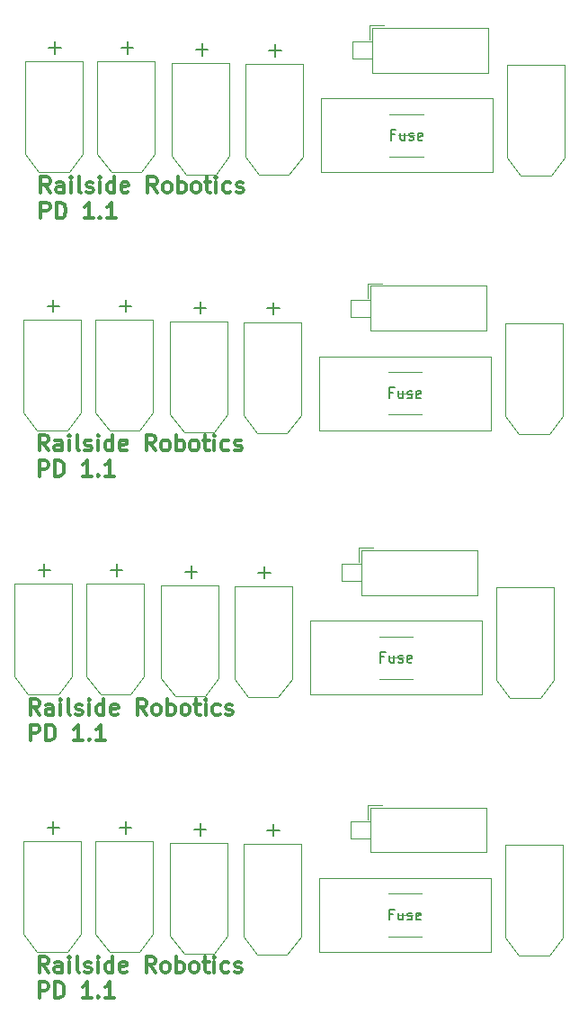
<source format=gbr>
%TF.GenerationSoftware,KiCad,Pcbnew,8.0.6*%
%TF.CreationDate,2024-11-20T20:18:15-05:00*%
%TF.ProjectId,RailsidePDB,5261696c-7369-4646-9550-44422e6b6963,rev?*%
%TF.SameCoordinates,Original*%
%TF.FileFunction,Legend,Top*%
%TF.FilePolarity,Positive*%
%FSLAX46Y46*%
G04 Gerber Fmt 4.6, Leading zero omitted, Abs format (unit mm)*
G04 Created by KiCad (PCBNEW 8.0.6) date 2024-11-20 20:18:15*
%MOMM*%
%LPD*%
G01*
G04 APERTURE LIST*
%ADD10C,0.300000*%
%ADD11C,0.150000*%
%ADD12C,0.120000*%
G04 APERTURE END LIST*
D10*
X63251653Y-153685912D02*
X62751653Y-152971626D01*
X62394510Y-153685912D02*
X62394510Y-152185912D01*
X62394510Y-152185912D02*
X62965939Y-152185912D01*
X62965939Y-152185912D02*
X63108796Y-152257341D01*
X63108796Y-152257341D02*
X63180225Y-152328769D01*
X63180225Y-152328769D02*
X63251653Y-152471626D01*
X63251653Y-152471626D02*
X63251653Y-152685912D01*
X63251653Y-152685912D02*
X63180225Y-152828769D01*
X63180225Y-152828769D02*
X63108796Y-152900198D01*
X63108796Y-152900198D02*
X62965939Y-152971626D01*
X62965939Y-152971626D02*
X62394510Y-152971626D01*
X64537368Y-153685912D02*
X64537368Y-152900198D01*
X64537368Y-152900198D02*
X64465939Y-152757341D01*
X64465939Y-152757341D02*
X64323082Y-152685912D01*
X64323082Y-152685912D02*
X64037368Y-152685912D01*
X64037368Y-152685912D02*
X63894510Y-152757341D01*
X64537368Y-153614484D02*
X64394510Y-153685912D01*
X64394510Y-153685912D02*
X64037368Y-153685912D01*
X64037368Y-153685912D02*
X63894510Y-153614484D01*
X63894510Y-153614484D02*
X63823082Y-153471626D01*
X63823082Y-153471626D02*
X63823082Y-153328769D01*
X63823082Y-153328769D02*
X63894510Y-153185912D01*
X63894510Y-153185912D02*
X64037368Y-153114484D01*
X64037368Y-153114484D02*
X64394510Y-153114484D01*
X64394510Y-153114484D02*
X64537368Y-153043055D01*
X65251653Y-153685912D02*
X65251653Y-152685912D01*
X65251653Y-152185912D02*
X65180225Y-152257341D01*
X65180225Y-152257341D02*
X65251653Y-152328769D01*
X65251653Y-152328769D02*
X65323082Y-152257341D01*
X65323082Y-152257341D02*
X65251653Y-152185912D01*
X65251653Y-152185912D02*
X65251653Y-152328769D01*
X66180225Y-153685912D02*
X66037368Y-153614484D01*
X66037368Y-153614484D02*
X65965939Y-153471626D01*
X65965939Y-153471626D02*
X65965939Y-152185912D01*
X66680225Y-153614484D02*
X66823082Y-153685912D01*
X66823082Y-153685912D02*
X67108796Y-153685912D01*
X67108796Y-153685912D02*
X67251653Y-153614484D01*
X67251653Y-153614484D02*
X67323082Y-153471626D01*
X67323082Y-153471626D02*
X67323082Y-153400198D01*
X67323082Y-153400198D02*
X67251653Y-153257341D01*
X67251653Y-153257341D02*
X67108796Y-153185912D01*
X67108796Y-153185912D02*
X66894511Y-153185912D01*
X66894511Y-153185912D02*
X66751653Y-153114484D01*
X66751653Y-153114484D02*
X66680225Y-152971626D01*
X66680225Y-152971626D02*
X66680225Y-152900198D01*
X66680225Y-152900198D02*
X66751653Y-152757341D01*
X66751653Y-152757341D02*
X66894511Y-152685912D01*
X66894511Y-152685912D02*
X67108796Y-152685912D01*
X67108796Y-152685912D02*
X67251653Y-152757341D01*
X67965939Y-153685912D02*
X67965939Y-152685912D01*
X67965939Y-152185912D02*
X67894511Y-152257341D01*
X67894511Y-152257341D02*
X67965939Y-152328769D01*
X67965939Y-152328769D02*
X68037368Y-152257341D01*
X68037368Y-152257341D02*
X67965939Y-152185912D01*
X67965939Y-152185912D02*
X67965939Y-152328769D01*
X69323083Y-153685912D02*
X69323083Y-152185912D01*
X69323083Y-153614484D02*
X69180225Y-153685912D01*
X69180225Y-153685912D02*
X68894511Y-153685912D01*
X68894511Y-153685912D02*
X68751654Y-153614484D01*
X68751654Y-153614484D02*
X68680225Y-153543055D01*
X68680225Y-153543055D02*
X68608797Y-153400198D01*
X68608797Y-153400198D02*
X68608797Y-152971626D01*
X68608797Y-152971626D02*
X68680225Y-152828769D01*
X68680225Y-152828769D02*
X68751654Y-152757341D01*
X68751654Y-152757341D02*
X68894511Y-152685912D01*
X68894511Y-152685912D02*
X69180225Y-152685912D01*
X69180225Y-152685912D02*
X69323083Y-152757341D01*
X70608797Y-153614484D02*
X70465940Y-153685912D01*
X70465940Y-153685912D02*
X70180226Y-153685912D01*
X70180226Y-153685912D02*
X70037368Y-153614484D01*
X70037368Y-153614484D02*
X69965940Y-153471626D01*
X69965940Y-153471626D02*
X69965940Y-152900198D01*
X69965940Y-152900198D02*
X70037368Y-152757341D01*
X70037368Y-152757341D02*
X70180226Y-152685912D01*
X70180226Y-152685912D02*
X70465940Y-152685912D01*
X70465940Y-152685912D02*
X70608797Y-152757341D01*
X70608797Y-152757341D02*
X70680226Y-152900198D01*
X70680226Y-152900198D02*
X70680226Y-153043055D01*
X70680226Y-153043055D02*
X69965940Y-153185912D01*
X73323082Y-153685912D02*
X72823082Y-152971626D01*
X72465939Y-153685912D02*
X72465939Y-152185912D01*
X72465939Y-152185912D02*
X73037368Y-152185912D01*
X73037368Y-152185912D02*
X73180225Y-152257341D01*
X73180225Y-152257341D02*
X73251654Y-152328769D01*
X73251654Y-152328769D02*
X73323082Y-152471626D01*
X73323082Y-152471626D02*
X73323082Y-152685912D01*
X73323082Y-152685912D02*
X73251654Y-152828769D01*
X73251654Y-152828769D02*
X73180225Y-152900198D01*
X73180225Y-152900198D02*
X73037368Y-152971626D01*
X73037368Y-152971626D02*
X72465939Y-152971626D01*
X74180225Y-153685912D02*
X74037368Y-153614484D01*
X74037368Y-153614484D02*
X73965939Y-153543055D01*
X73965939Y-153543055D02*
X73894511Y-153400198D01*
X73894511Y-153400198D02*
X73894511Y-152971626D01*
X73894511Y-152971626D02*
X73965939Y-152828769D01*
X73965939Y-152828769D02*
X74037368Y-152757341D01*
X74037368Y-152757341D02*
X74180225Y-152685912D01*
X74180225Y-152685912D02*
X74394511Y-152685912D01*
X74394511Y-152685912D02*
X74537368Y-152757341D01*
X74537368Y-152757341D02*
X74608797Y-152828769D01*
X74608797Y-152828769D02*
X74680225Y-152971626D01*
X74680225Y-152971626D02*
X74680225Y-153400198D01*
X74680225Y-153400198D02*
X74608797Y-153543055D01*
X74608797Y-153543055D02*
X74537368Y-153614484D01*
X74537368Y-153614484D02*
X74394511Y-153685912D01*
X74394511Y-153685912D02*
X74180225Y-153685912D01*
X75323082Y-153685912D02*
X75323082Y-152185912D01*
X75323082Y-152757341D02*
X75465940Y-152685912D01*
X75465940Y-152685912D02*
X75751654Y-152685912D01*
X75751654Y-152685912D02*
X75894511Y-152757341D01*
X75894511Y-152757341D02*
X75965940Y-152828769D01*
X75965940Y-152828769D02*
X76037368Y-152971626D01*
X76037368Y-152971626D02*
X76037368Y-153400198D01*
X76037368Y-153400198D02*
X75965940Y-153543055D01*
X75965940Y-153543055D02*
X75894511Y-153614484D01*
X75894511Y-153614484D02*
X75751654Y-153685912D01*
X75751654Y-153685912D02*
X75465940Y-153685912D01*
X75465940Y-153685912D02*
X75323082Y-153614484D01*
X76894511Y-153685912D02*
X76751654Y-153614484D01*
X76751654Y-153614484D02*
X76680225Y-153543055D01*
X76680225Y-153543055D02*
X76608797Y-153400198D01*
X76608797Y-153400198D02*
X76608797Y-152971626D01*
X76608797Y-152971626D02*
X76680225Y-152828769D01*
X76680225Y-152828769D02*
X76751654Y-152757341D01*
X76751654Y-152757341D02*
X76894511Y-152685912D01*
X76894511Y-152685912D02*
X77108797Y-152685912D01*
X77108797Y-152685912D02*
X77251654Y-152757341D01*
X77251654Y-152757341D02*
X77323083Y-152828769D01*
X77323083Y-152828769D02*
X77394511Y-152971626D01*
X77394511Y-152971626D02*
X77394511Y-153400198D01*
X77394511Y-153400198D02*
X77323083Y-153543055D01*
X77323083Y-153543055D02*
X77251654Y-153614484D01*
X77251654Y-153614484D02*
X77108797Y-153685912D01*
X77108797Y-153685912D02*
X76894511Y-153685912D01*
X77823083Y-152685912D02*
X78394511Y-152685912D01*
X78037368Y-152185912D02*
X78037368Y-153471626D01*
X78037368Y-153471626D02*
X78108797Y-153614484D01*
X78108797Y-153614484D02*
X78251654Y-153685912D01*
X78251654Y-153685912D02*
X78394511Y-153685912D01*
X78894511Y-153685912D02*
X78894511Y-152685912D01*
X78894511Y-152185912D02*
X78823083Y-152257341D01*
X78823083Y-152257341D02*
X78894511Y-152328769D01*
X78894511Y-152328769D02*
X78965940Y-152257341D01*
X78965940Y-152257341D02*
X78894511Y-152185912D01*
X78894511Y-152185912D02*
X78894511Y-152328769D01*
X80251655Y-153614484D02*
X80108797Y-153685912D01*
X80108797Y-153685912D02*
X79823083Y-153685912D01*
X79823083Y-153685912D02*
X79680226Y-153614484D01*
X79680226Y-153614484D02*
X79608797Y-153543055D01*
X79608797Y-153543055D02*
X79537369Y-153400198D01*
X79537369Y-153400198D02*
X79537369Y-152971626D01*
X79537369Y-152971626D02*
X79608797Y-152828769D01*
X79608797Y-152828769D02*
X79680226Y-152757341D01*
X79680226Y-152757341D02*
X79823083Y-152685912D01*
X79823083Y-152685912D02*
X80108797Y-152685912D01*
X80108797Y-152685912D02*
X80251655Y-152757341D01*
X80823083Y-153614484D02*
X80965940Y-153685912D01*
X80965940Y-153685912D02*
X81251654Y-153685912D01*
X81251654Y-153685912D02*
X81394511Y-153614484D01*
X81394511Y-153614484D02*
X81465940Y-153471626D01*
X81465940Y-153471626D02*
X81465940Y-153400198D01*
X81465940Y-153400198D02*
X81394511Y-153257341D01*
X81394511Y-153257341D02*
X81251654Y-153185912D01*
X81251654Y-153185912D02*
X81037369Y-153185912D01*
X81037369Y-153185912D02*
X80894511Y-153114484D01*
X80894511Y-153114484D02*
X80823083Y-152971626D01*
X80823083Y-152971626D02*
X80823083Y-152900198D01*
X80823083Y-152900198D02*
X80894511Y-152757341D01*
X80894511Y-152757341D02*
X81037369Y-152685912D01*
X81037369Y-152685912D02*
X81251654Y-152685912D01*
X81251654Y-152685912D02*
X81394511Y-152757341D01*
X62394510Y-156100828D02*
X62394510Y-154600828D01*
X62394510Y-154600828D02*
X62965939Y-154600828D01*
X62965939Y-154600828D02*
X63108796Y-154672257D01*
X63108796Y-154672257D02*
X63180225Y-154743685D01*
X63180225Y-154743685D02*
X63251653Y-154886542D01*
X63251653Y-154886542D02*
X63251653Y-155100828D01*
X63251653Y-155100828D02*
X63180225Y-155243685D01*
X63180225Y-155243685D02*
X63108796Y-155315114D01*
X63108796Y-155315114D02*
X62965939Y-155386542D01*
X62965939Y-155386542D02*
X62394510Y-155386542D01*
X63894510Y-156100828D02*
X63894510Y-154600828D01*
X63894510Y-154600828D02*
X64251653Y-154600828D01*
X64251653Y-154600828D02*
X64465939Y-154672257D01*
X64465939Y-154672257D02*
X64608796Y-154815114D01*
X64608796Y-154815114D02*
X64680225Y-154957971D01*
X64680225Y-154957971D02*
X64751653Y-155243685D01*
X64751653Y-155243685D02*
X64751653Y-155457971D01*
X64751653Y-155457971D02*
X64680225Y-155743685D01*
X64680225Y-155743685D02*
X64608796Y-155886542D01*
X64608796Y-155886542D02*
X64465939Y-156029400D01*
X64465939Y-156029400D02*
X64251653Y-156100828D01*
X64251653Y-156100828D02*
X63894510Y-156100828D01*
X67323082Y-156100828D02*
X66465939Y-156100828D01*
X66894510Y-156100828D02*
X66894510Y-154600828D01*
X66894510Y-154600828D02*
X66751653Y-154815114D01*
X66751653Y-154815114D02*
X66608796Y-154957971D01*
X66608796Y-154957971D02*
X66465939Y-155029400D01*
X67965938Y-155957971D02*
X68037367Y-156029400D01*
X68037367Y-156029400D02*
X67965938Y-156100828D01*
X67965938Y-156100828D02*
X67894510Y-156029400D01*
X67894510Y-156029400D02*
X67965938Y-155957971D01*
X67965938Y-155957971D02*
X67965938Y-156100828D01*
X69465939Y-156100828D02*
X68608796Y-156100828D01*
X69037367Y-156100828D02*
X69037367Y-154600828D01*
X69037367Y-154600828D02*
X68894510Y-154815114D01*
X68894510Y-154815114D02*
X68751653Y-154957971D01*
X68751653Y-154957971D02*
X68608796Y-155029400D01*
X62411653Y-129485912D02*
X61911653Y-128771626D01*
X61554510Y-129485912D02*
X61554510Y-127985912D01*
X61554510Y-127985912D02*
X62125939Y-127985912D01*
X62125939Y-127985912D02*
X62268796Y-128057341D01*
X62268796Y-128057341D02*
X62340225Y-128128769D01*
X62340225Y-128128769D02*
X62411653Y-128271626D01*
X62411653Y-128271626D02*
X62411653Y-128485912D01*
X62411653Y-128485912D02*
X62340225Y-128628769D01*
X62340225Y-128628769D02*
X62268796Y-128700198D01*
X62268796Y-128700198D02*
X62125939Y-128771626D01*
X62125939Y-128771626D02*
X61554510Y-128771626D01*
X63697368Y-129485912D02*
X63697368Y-128700198D01*
X63697368Y-128700198D02*
X63625939Y-128557341D01*
X63625939Y-128557341D02*
X63483082Y-128485912D01*
X63483082Y-128485912D02*
X63197368Y-128485912D01*
X63197368Y-128485912D02*
X63054510Y-128557341D01*
X63697368Y-129414484D02*
X63554510Y-129485912D01*
X63554510Y-129485912D02*
X63197368Y-129485912D01*
X63197368Y-129485912D02*
X63054510Y-129414484D01*
X63054510Y-129414484D02*
X62983082Y-129271626D01*
X62983082Y-129271626D02*
X62983082Y-129128769D01*
X62983082Y-129128769D02*
X63054510Y-128985912D01*
X63054510Y-128985912D02*
X63197368Y-128914484D01*
X63197368Y-128914484D02*
X63554510Y-128914484D01*
X63554510Y-128914484D02*
X63697368Y-128843055D01*
X64411653Y-129485912D02*
X64411653Y-128485912D01*
X64411653Y-127985912D02*
X64340225Y-128057341D01*
X64340225Y-128057341D02*
X64411653Y-128128769D01*
X64411653Y-128128769D02*
X64483082Y-128057341D01*
X64483082Y-128057341D02*
X64411653Y-127985912D01*
X64411653Y-127985912D02*
X64411653Y-128128769D01*
X65340225Y-129485912D02*
X65197368Y-129414484D01*
X65197368Y-129414484D02*
X65125939Y-129271626D01*
X65125939Y-129271626D02*
X65125939Y-127985912D01*
X65840225Y-129414484D02*
X65983082Y-129485912D01*
X65983082Y-129485912D02*
X66268796Y-129485912D01*
X66268796Y-129485912D02*
X66411653Y-129414484D01*
X66411653Y-129414484D02*
X66483082Y-129271626D01*
X66483082Y-129271626D02*
X66483082Y-129200198D01*
X66483082Y-129200198D02*
X66411653Y-129057341D01*
X66411653Y-129057341D02*
X66268796Y-128985912D01*
X66268796Y-128985912D02*
X66054511Y-128985912D01*
X66054511Y-128985912D02*
X65911653Y-128914484D01*
X65911653Y-128914484D02*
X65840225Y-128771626D01*
X65840225Y-128771626D02*
X65840225Y-128700198D01*
X65840225Y-128700198D02*
X65911653Y-128557341D01*
X65911653Y-128557341D02*
X66054511Y-128485912D01*
X66054511Y-128485912D02*
X66268796Y-128485912D01*
X66268796Y-128485912D02*
X66411653Y-128557341D01*
X67125939Y-129485912D02*
X67125939Y-128485912D01*
X67125939Y-127985912D02*
X67054511Y-128057341D01*
X67054511Y-128057341D02*
X67125939Y-128128769D01*
X67125939Y-128128769D02*
X67197368Y-128057341D01*
X67197368Y-128057341D02*
X67125939Y-127985912D01*
X67125939Y-127985912D02*
X67125939Y-128128769D01*
X68483083Y-129485912D02*
X68483083Y-127985912D01*
X68483083Y-129414484D02*
X68340225Y-129485912D01*
X68340225Y-129485912D02*
X68054511Y-129485912D01*
X68054511Y-129485912D02*
X67911654Y-129414484D01*
X67911654Y-129414484D02*
X67840225Y-129343055D01*
X67840225Y-129343055D02*
X67768797Y-129200198D01*
X67768797Y-129200198D02*
X67768797Y-128771626D01*
X67768797Y-128771626D02*
X67840225Y-128628769D01*
X67840225Y-128628769D02*
X67911654Y-128557341D01*
X67911654Y-128557341D02*
X68054511Y-128485912D01*
X68054511Y-128485912D02*
X68340225Y-128485912D01*
X68340225Y-128485912D02*
X68483083Y-128557341D01*
X69768797Y-129414484D02*
X69625940Y-129485912D01*
X69625940Y-129485912D02*
X69340226Y-129485912D01*
X69340226Y-129485912D02*
X69197368Y-129414484D01*
X69197368Y-129414484D02*
X69125940Y-129271626D01*
X69125940Y-129271626D02*
X69125940Y-128700198D01*
X69125940Y-128700198D02*
X69197368Y-128557341D01*
X69197368Y-128557341D02*
X69340226Y-128485912D01*
X69340226Y-128485912D02*
X69625940Y-128485912D01*
X69625940Y-128485912D02*
X69768797Y-128557341D01*
X69768797Y-128557341D02*
X69840226Y-128700198D01*
X69840226Y-128700198D02*
X69840226Y-128843055D01*
X69840226Y-128843055D02*
X69125940Y-128985912D01*
X72483082Y-129485912D02*
X71983082Y-128771626D01*
X71625939Y-129485912D02*
X71625939Y-127985912D01*
X71625939Y-127985912D02*
X72197368Y-127985912D01*
X72197368Y-127985912D02*
X72340225Y-128057341D01*
X72340225Y-128057341D02*
X72411654Y-128128769D01*
X72411654Y-128128769D02*
X72483082Y-128271626D01*
X72483082Y-128271626D02*
X72483082Y-128485912D01*
X72483082Y-128485912D02*
X72411654Y-128628769D01*
X72411654Y-128628769D02*
X72340225Y-128700198D01*
X72340225Y-128700198D02*
X72197368Y-128771626D01*
X72197368Y-128771626D02*
X71625939Y-128771626D01*
X73340225Y-129485912D02*
X73197368Y-129414484D01*
X73197368Y-129414484D02*
X73125939Y-129343055D01*
X73125939Y-129343055D02*
X73054511Y-129200198D01*
X73054511Y-129200198D02*
X73054511Y-128771626D01*
X73054511Y-128771626D02*
X73125939Y-128628769D01*
X73125939Y-128628769D02*
X73197368Y-128557341D01*
X73197368Y-128557341D02*
X73340225Y-128485912D01*
X73340225Y-128485912D02*
X73554511Y-128485912D01*
X73554511Y-128485912D02*
X73697368Y-128557341D01*
X73697368Y-128557341D02*
X73768797Y-128628769D01*
X73768797Y-128628769D02*
X73840225Y-128771626D01*
X73840225Y-128771626D02*
X73840225Y-129200198D01*
X73840225Y-129200198D02*
X73768797Y-129343055D01*
X73768797Y-129343055D02*
X73697368Y-129414484D01*
X73697368Y-129414484D02*
X73554511Y-129485912D01*
X73554511Y-129485912D02*
X73340225Y-129485912D01*
X74483082Y-129485912D02*
X74483082Y-127985912D01*
X74483082Y-128557341D02*
X74625940Y-128485912D01*
X74625940Y-128485912D02*
X74911654Y-128485912D01*
X74911654Y-128485912D02*
X75054511Y-128557341D01*
X75054511Y-128557341D02*
X75125940Y-128628769D01*
X75125940Y-128628769D02*
X75197368Y-128771626D01*
X75197368Y-128771626D02*
X75197368Y-129200198D01*
X75197368Y-129200198D02*
X75125940Y-129343055D01*
X75125940Y-129343055D02*
X75054511Y-129414484D01*
X75054511Y-129414484D02*
X74911654Y-129485912D01*
X74911654Y-129485912D02*
X74625940Y-129485912D01*
X74625940Y-129485912D02*
X74483082Y-129414484D01*
X76054511Y-129485912D02*
X75911654Y-129414484D01*
X75911654Y-129414484D02*
X75840225Y-129343055D01*
X75840225Y-129343055D02*
X75768797Y-129200198D01*
X75768797Y-129200198D02*
X75768797Y-128771626D01*
X75768797Y-128771626D02*
X75840225Y-128628769D01*
X75840225Y-128628769D02*
X75911654Y-128557341D01*
X75911654Y-128557341D02*
X76054511Y-128485912D01*
X76054511Y-128485912D02*
X76268797Y-128485912D01*
X76268797Y-128485912D02*
X76411654Y-128557341D01*
X76411654Y-128557341D02*
X76483083Y-128628769D01*
X76483083Y-128628769D02*
X76554511Y-128771626D01*
X76554511Y-128771626D02*
X76554511Y-129200198D01*
X76554511Y-129200198D02*
X76483083Y-129343055D01*
X76483083Y-129343055D02*
X76411654Y-129414484D01*
X76411654Y-129414484D02*
X76268797Y-129485912D01*
X76268797Y-129485912D02*
X76054511Y-129485912D01*
X76983083Y-128485912D02*
X77554511Y-128485912D01*
X77197368Y-127985912D02*
X77197368Y-129271626D01*
X77197368Y-129271626D02*
X77268797Y-129414484D01*
X77268797Y-129414484D02*
X77411654Y-129485912D01*
X77411654Y-129485912D02*
X77554511Y-129485912D01*
X78054511Y-129485912D02*
X78054511Y-128485912D01*
X78054511Y-127985912D02*
X77983083Y-128057341D01*
X77983083Y-128057341D02*
X78054511Y-128128769D01*
X78054511Y-128128769D02*
X78125940Y-128057341D01*
X78125940Y-128057341D02*
X78054511Y-127985912D01*
X78054511Y-127985912D02*
X78054511Y-128128769D01*
X79411655Y-129414484D02*
X79268797Y-129485912D01*
X79268797Y-129485912D02*
X78983083Y-129485912D01*
X78983083Y-129485912D02*
X78840226Y-129414484D01*
X78840226Y-129414484D02*
X78768797Y-129343055D01*
X78768797Y-129343055D02*
X78697369Y-129200198D01*
X78697369Y-129200198D02*
X78697369Y-128771626D01*
X78697369Y-128771626D02*
X78768797Y-128628769D01*
X78768797Y-128628769D02*
X78840226Y-128557341D01*
X78840226Y-128557341D02*
X78983083Y-128485912D01*
X78983083Y-128485912D02*
X79268797Y-128485912D01*
X79268797Y-128485912D02*
X79411655Y-128557341D01*
X79983083Y-129414484D02*
X80125940Y-129485912D01*
X80125940Y-129485912D02*
X80411654Y-129485912D01*
X80411654Y-129485912D02*
X80554511Y-129414484D01*
X80554511Y-129414484D02*
X80625940Y-129271626D01*
X80625940Y-129271626D02*
X80625940Y-129200198D01*
X80625940Y-129200198D02*
X80554511Y-129057341D01*
X80554511Y-129057341D02*
X80411654Y-128985912D01*
X80411654Y-128985912D02*
X80197369Y-128985912D01*
X80197369Y-128985912D02*
X80054511Y-128914484D01*
X80054511Y-128914484D02*
X79983083Y-128771626D01*
X79983083Y-128771626D02*
X79983083Y-128700198D01*
X79983083Y-128700198D02*
X80054511Y-128557341D01*
X80054511Y-128557341D02*
X80197369Y-128485912D01*
X80197369Y-128485912D02*
X80411654Y-128485912D01*
X80411654Y-128485912D02*
X80554511Y-128557341D01*
X61554510Y-131900828D02*
X61554510Y-130400828D01*
X61554510Y-130400828D02*
X62125939Y-130400828D01*
X62125939Y-130400828D02*
X62268796Y-130472257D01*
X62268796Y-130472257D02*
X62340225Y-130543685D01*
X62340225Y-130543685D02*
X62411653Y-130686542D01*
X62411653Y-130686542D02*
X62411653Y-130900828D01*
X62411653Y-130900828D02*
X62340225Y-131043685D01*
X62340225Y-131043685D02*
X62268796Y-131115114D01*
X62268796Y-131115114D02*
X62125939Y-131186542D01*
X62125939Y-131186542D02*
X61554510Y-131186542D01*
X63054510Y-131900828D02*
X63054510Y-130400828D01*
X63054510Y-130400828D02*
X63411653Y-130400828D01*
X63411653Y-130400828D02*
X63625939Y-130472257D01*
X63625939Y-130472257D02*
X63768796Y-130615114D01*
X63768796Y-130615114D02*
X63840225Y-130757971D01*
X63840225Y-130757971D02*
X63911653Y-131043685D01*
X63911653Y-131043685D02*
X63911653Y-131257971D01*
X63911653Y-131257971D02*
X63840225Y-131543685D01*
X63840225Y-131543685D02*
X63768796Y-131686542D01*
X63768796Y-131686542D02*
X63625939Y-131829400D01*
X63625939Y-131829400D02*
X63411653Y-131900828D01*
X63411653Y-131900828D02*
X63054510Y-131900828D01*
X66483082Y-131900828D02*
X65625939Y-131900828D01*
X66054510Y-131900828D02*
X66054510Y-130400828D01*
X66054510Y-130400828D02*
X65911653Y-130615114D01*
X65911653Y-130615114D02*
X65768796Y-130757971D01*
X65768796Y-130757971D02*
X65625939Y-130829400D01*
X67125938Y-131757971D02*
X67197367Y-131829400D01*
X67197367Y-131829400D02*
X67125938Y-131900828D01*
X67125938Y-131900828D02*
X67054510Y-131829400D01*
X67054510Y-131829400D02*
X67125938Y-131757971D01*
X67125938Y-131757971D02*
X67125938Y-131900828D01*
X68625939Y-131900828D02*
X67768796Y-131900828D01*
X68197367Y-131900828D02*
X68197367Y-130400828D01*
X68197367Y-130400828D02*
X68054510Y-130615114D01*
X68054510Y-130615114D02*
X67911653Y-130757971D01*
X67911653Y-130757971D02*
X67768796Y-130829400D01*
X63251653Y-104645912D02*
X62751653Y-103931626D01*
X62394510Y-104645912D02*
X62394510Y-103145912D01*
X62394510Y-103145912D02*
X62965939Y-103145912D01*
X62965939Y-103145912D02*
X63108796Y-103217341D01*
X63108796Y-103217341D02*
X63180225Y-103288769D01*
X63180225Y-103288769D02*
X63251653Y-103431626D01*
X63251653Y-103431626D02*
X63251653Y-103645912D01*
X63251653Y-103645912D02*
X63180225Y-103788769D01*
X63180225Y-103788769D02*
X63108796Y-103860198D01*
X63108796Y-103860198D02*
X62965939Y-103931626D01*
X62965939Y-103931626D02*
X62394510Y-103931626D01*
X64537368Y-104645912D02*
X64537368Y-103860198D01*
X64537368Y-103860198D02*
X64465939Y-103717341D01*
X64465939Y-103717341D02*
X64323082Y-103645912D01*
X64323082Y-103645912D02*
X64037368Y-103645912D01*
X64037368Y-103645912D02*
X63894510Y-103717341D01*
X64537368Y-104574484D02*
X64394510Y-104645912D01*
X64394510Y-104645912D02*
X64037368Y-104645912D01*
X64037368Y-104645912D02*
X63894510Y-104574484D01*
X63894510Y-104574484D02*
X63823082Y-104431626D01*
X63823082Y-104431626D02*
X63823082Y-104288769D01*
X63823082Y-104288769D02*
X63894510Y-104145912D01*
X63894510Y-104145912D02*
X64037368Y-104074484D01*
X64037368Y-104074484D02*
X64394510Y-104074484D01*
X64394510Y-104074484D02*
X64537368Y-104003055D01*
X65251653Y-104645912D02*
X65251653Y-103645912D01*
X65251653Y-103145912D02*
X65180225Y-103217341D01*
X65180225Y-103217341D02*
X65251653Y-103288769D01*
X65251653Y-103288769D02*
X65323082Y-103217341D01*
X65323082Y-103217341D02*
X65251653Y-103145912D01*
X65251653Y-103145912D02*
X65251653Y-103288769D01*
X66180225Y-104645912D02*
X66037368Y-104574484D01*
X66037368Y-104574484D02*
X65965939Y-104431626D01*
X65965939Y-104431626D02*
X65965939Y-103145912D01*
X66680225Y-104574484D02*
X66823082Y-104645912D01*
X66823082Y-104645912D02*
X67108796Y-104645912D01*
X67108796Y-104645912D02*
X67251653Y-104574484D01*
X67251653Y-104574484D02*
X67323082Y-104431626D01*
X67323082Y-104431626D02*
X67323082Y-104360198D01*
X67323082Y-104360198D02*
X67251653Y-104217341D01*
X67251653Y-104217341D02*
X67108796Y-104145912D01*
X67108796Y-104145912D02*
X66894511Y-104145912D01*
X66894511Y-104145912D02*
X66751653Y-104074484D01*
X66751653Y-104074484D02*
X66680225Y-103931626D01*
X66680225Y-103931626D02*
X66680225Y-103860198D01*
X66680225Y-103860198D02*
X66751653Y-103717341D01*
X66751653Y-103717341D02*
X66894511Y-103645912D01*
X66894511Y-103645912D02*
X67108796Y-103645912D01*
X67108796Y-103645912D02*
X67251653Y-103717341D01*
X67965939Y-104645912D02*
X67965939Y-103645912D01*
X67965939Y-103145912D02*
X67894511Y-103217341D01*
X67894511Y-103217341D02*
X67965939Y-103288769D01*
X67965939Y-103288769D02*
X68037368Y-103217341D01*
X68037368Y-103217341D02*
X67965939Y-103145912D01*
X67965939Y-103145912D02*
X67965939Y-103288769D01*
X69323083Y-104645912D02*
X69323083Y-103145912D01*
X69323083Y-104574484D02*
X69180225Y-104645912D01*
X69180225Y-104645912D02*
X68894511Y-104645912D01*
X68894511Y-104645912D02*
X68751654Y-104574484D01*
X68751654Y-104574484D02*
X68680225Y-104503055D01*
X68680225Y-104503055D02*
X68608797Y-104360198D01*
X68608797Y-104360198D02*
X68608797Y-103931626D01*
X68608797Y-103931626D02*
X68680225Y-103788769D01*
X68680225Y-103788769D02*
X68751654Y-103717341D01*
X68751654Y-103717341D02*
X68894511Y-103645912D01*
X68894511Y-103645912D02*
X69180225Y-103645912D01*
X69180225Y-103645912D02*
X69323083Y-103717341D01*
X70608797Y-104574484D02*
X70465940Y-104645912D01*
X70465940Y-104645912D02*
X70180226Y-104645912D01*
X70180226Y-104645912D02*
X70037368Y-104574484D01*
X70037368Y-104574484D02*
X69965940Y-104431626D01*
X69965940Y-104431626D02*
X69965940Y-103860198D01*
X69965940Y-103860198D02*
X70037368Y-103717341D01*
X70037368Y-103717341D02*
X70180226Y-103645912D01*
X70180226Y-103645912D02*
X70465940Y-103645912D01*
X70465940Y-103645912D02*
X70608797Y-103717341D01*
X70608797Y-103717341D02*
X70680226Y-103860198D01*
X70680226Y-103860198D02*
X70680226Y-104003055D01*
X70680226Y-104003055D02*
X69965940Y-104145912D01*
X73323082Y-104645912D02*
X72823082Y-103931626D01*
X72465939Y-104645912D02*
X72465939Y-103145912D01*
X72465939Y-103145912D02*
X73037368Y-103145912D01*
X73037368Y-103145912D02*
X73180225Y-103217341D01*
X73180225Y-103217341D02*
X73251654Y-103288769D01*
X73251654Y-103288769D02*
X73323082Y-103431626D01*
X73323082Y-103431626D02*
X73323082Y-103645912D01*
X73323082Y-103645912D02*
X73251654Y-103788769D01*
X73251654Y-103788769D02*
X73180225Y-103860198D01*
X73180225Y-103860198D02*
X73037368Y-103931626D01*
X73037368Y-103931626D02*
X72465939Y-103931626D01*
X74180225Y-104645912D02*
X74037368Y-104574484D01*
X74037368Y-104574484D02*
X73965939Y-104503055D01*
X73965939Y-104503055D02*
X73894511Y-104360198D01*
X73894511Y-104360198D02*
X73894511Y-103931626D01*
X73894511Y-103931626D02*
X73965939Y-103788769D01*
X73965939Y-103788769D02*
X74037368Y-103717341D01*
X74037368Y-103717341D02*
X74180225Y-103645912D01*
X74180225Y-103645912D02*
X74394511Y-103645912D01*
X74394511Y-103645912D02*
X74537368Y-103717341D01*
X74537368Y-103717341D02*
X74608797Y-103788769D01*
X74608797Y-103788769D02*
X74680225Y-103931626D01*
X74680225Y-103931626D02*
X74680225Y-104360198D01*
X74680225Y-104360198D02*
X74608797Y-104503055D01*
X74608797Y-104503055D02*
X74537368Y-104574484D01*
X74537368Y-104574484D02*
X74394511Y-104645912D01*
X74394511Y-104645912D02*
X74180225Y-104645912D01*
X75323082Y-104645912D02*
X75323082Y-103145912D01*
X75323082Y-103717341D02*
X75465940Y-103645912D01*
X75465940Y-103645912D02*
X75751654Y-103645912D01*
X75751654Y-103645912D02*
X75894511Y-103717341D01*
X75894511Y-103717341D02*
X75965940Y-103788769D01*
X75965940Y-103788769D02*
X76037368Y-103931626D01*
X76037368Y-103931626D02*
X76037368Y-104360198D01*
X76037368Y-104360198D02*
X75965940Y-104503055D01*
X75965940Y-104503055D02*
X75894511Y-104574484D01*
X75894511Y-104574484D02*
X75751654Y-104645912D01*
X75751654Y-104645912D02*
X75465940Y-104645912D01*
X75465940Y-104645912D02*
X75323082Y-104574484D01*
X76894511Y-104645912D02*
X76751654Y-104574484D01*
X76751654Y-104574484D02*
X76680225Y-104503055D01*
X76680225Y-104503055D02*
X76608797Y-104360198D01*
X76608797Y-104360198D02*
X76608797Y-103931626D01*
X76608797Y-103931626D02*
X76680225Y-103788769D01*
X76680225Y-103788769D02*
X76751654Y-103717341D01*
X76751654Y-103717341D02*
X76894511Y-103645912D01*
X76894511Y-103645912D02*
X77108797Y-103645912D01*
X77108797Y-103645912D02*
X77251654Y-103717341D01*
X77251654Y-103717341D02*
X77323083Y-103788769D01*
X77323083Y-103788769D02*
X77394511Y-103931626D01*
X77394511Y-103931626D02*
X77394511Y-104360198D01*
X77394511Y-104360198D02*
X77323083Y-104503055D01*
X77323083Y-104503055D02*
X77251654Y-104574484D01*
X77251654Y-104574484D02*
X77108797Y-104645912D01*
X77108797Y-104645912D02*
X76894511Y-104645912D01*
X77823083Y-103645912D02*
X78394511Y-103645912D01*
X78037368Y-103145912D02*
X78037368Y-104431626D01*
X78037368Y-104431626D02*
X78108797Y-104574484D01*
X78108797Y-104574484D02*
X78251654Y-104645912D01*
X78251654Y-104645912D02*
X78394511Y-104645912D01*
X78894511Y-104645912D02*
X78894511Y-103645912D01*
X78894511Y-103145912D02*
X78823083Y-103217341D01*
X78823083Y-103217341D02*
X78894511Y-103288769D01*
X78894511Y-103288769D02*
X78965940Y-103217341D01*
X78965940Y-103217341D02*
X78894511Y-103145912D01*
X78894511Y-103145912D02*
X78894511Y-103288769D01*
X80251655Y-104574484D02*
X80108797Y-104645912D01*
X80108797Y-104645912D02*
X79823083Y-104645912D01*
X79823083Y-104645912D02*
X79680226Y-104574484D01*
X79680226Y-104574484D02*
X79608797Y-104503055D01*
X79608797Y-104503055D02*
X79537369Y-104360198D01*
X79537369Y-104360198D02*
X79537369Y-103931626D01*
X79537369Y-103931626D02*
X79608797Y-103788769D01*
X79608797Y-103788769D02*
X79680226Y-103717341D01*
X79680226Y-103717341D02*
X79823083Y-103645912D01*
X79823083Y-103645912D02*
X80108797Y-103645912D01*
X80108797Y-103645912D02*
X80251655Y-103717341D01*
X80823083Y-104574484D02*
X80965940Y-104645912D01*
X80965940Y-104645912D02*
X81251654Y-104645912D01*
X81251654Y-104645912D02*
X81394511Y-104574484D01*
X81394511Y-104574484D02*
X81465940Y-104431626D01*
X81465940Y-104431626D02*
X81465940Y-104360198D01*
X81465940Y-104360198D02*
X81394511Y-104217341D01*
X81394511Y-104217341D02*
X81251654Y-104145912D01*
X81251654Y-104145912D02*
X81037369Y-104145912D01*
X81037369Y-104145912D02*
X80894511Y-104074484D01*
X80894511Y-104074484D02*
X80823083Y-103931626D01*
X80823083Y-103931626D02*
X80823083Y-103860198D01*
X80823083Y-103860198D02*
X80894511Y-103717341D01*
X80894511Y-103717341D02*
X81037369Y-103645912D01*
X81037369Y-103645912D02*
X81251654Y-103645912D01*
X81251654Y-103645912D02*
X81394511Y-103717341D01*
X62394510Y-107060828D02*
X62394510Y-105560828D01*
X62394510Y-105560828D02*
X62965939Y-105560828D01*
X62965939Y-105560828D02*
X63108796Y-105632257D01*
X63108796Y-105632257D02*
X63180225Y-105703685D01*
X63180225Y-105703685D02*
X63251653Y-105846542D01*
X63251653Y-105846542D02*
X63251653Y-106060828D01*
X63251653Y-106060828D02*
X63180225Y-106203685D01*
X63180225Y-106203685D02*
X63108796Y-106275114D01*
X63108796Y-106275114D02*
X62965939Y-106346542D01*
X62965939Y-106346542D02*
X62394510Y-106346542D01*
X63894510Y-107060828D02*
X63894510Y-105560828D01*
X63894510Y-105560828D02*
X64251653Y-105560828D01*
X64251653Y-105560828D02*
X64465939Y-105632257D01*
X64465939Y-105632257D02*
X64608796Y-105775114D01*
X64608796Y-105775114D02*
X64680225Y-105917971D01*
X64680225Y-105917971D02*
X64751653Y-106203685D01*
X64751653Y-106203685D02*
X64751653Y-106417971D01*
X64751653Y-106417971D02*
X64680225Y-106703685D01*
X64680225Y-106703685D02*
X64608796Y-106846542D01*
X64608796Y-106846542D02*
X64465939Y-106989400D01*
X64465939Y-106989400D02*
X64251653Y-107060828D01*
X64251653Y-107060828D02*
X63894510Y-107060828D01*
X67323082Y-107060828D02*
X66465939Y-107060828D01*
X66894510Y-107060828D02*
X66894510Y-105560828D01*
X66894510Y-105560828D02*
X66751653Y-105775114D01*
X66751653Y-105775114D02*
X66608796Y-105917971D01*
X66608796Y-105917971D02*
X66465939Y-105989400D01*
X67965938Y-106917971D02*
X68037367Y-106989400D01*
X68037367Y-106989400D02*
X67965938Y-107060828D01*
X67965938Y-107060828D02*
X67894510Y-106989400D01*
X67894510Y-106989400D02*
X67965938Y-106917971D01*
X67965938Y-106917971D02*
X67965938Y-107060828D01*
X69465939Y-107060828D02*
X68608796Y-107060828D01*
X69037367Y-107060828D02*
X69037367Y-105560828D01*
X69037367Y-105560828D02*
X68894510Y-105775114D01*
X68894510Y-105775114D02*
X68751653Y-105917971D01*
X68751653Y-105917971D02*
X68608796Y-105989400D01*
X63411653Y-80385912D02*
X62911653Y-79671626D01*
X62554510Y-80385912D02*
X62554510Y-78885912D01*
X62554510Y-78885912D02*
X63125939Y-78885912D01*
X63125939Y-78885912D02*
X63268796Y-78957341D01*
X63268796Y-78957341D02*
X63340225Y-79028769D01*
X63340225Y-79028769D02*
X63411653Y-79171626D01*
X63411653Y-79171626D02*
X63411653Y-79385912D01*
X63411653Y-79385912D02*
X63340225Y-79528769D01*
X63340225Y-79528769D02*
X63268796Y-79600198D01*
X63268796Y-79600198D02*
X63125939Y-79671626D01*
X63125939Y-79671626D02*
X62554510Y-79671626D01*
X64697368Y-80385912D02*
X64697368Y-79600198D01*
X64697368Y-79600198D02*
X64625939Y-79457341D01*
X64625939Y-79457341D02*
X64483082Y-79385912D01*
X64483082Y-79385912D02*
X64197368Y-79385912D01*
X64197368Y-79385912D02*
X64054510Y-79457341D01*
X64697368Y-80314484D02*
X64554510Y-80385912D01*
X64554510Y-80385912D02*
X64197368Y-80385912D01*
X64197368Y-80385912D02*
X64054510Y-80314484D01*
X64054510Y-80314484D02*
X63983082Y-80171626D01*
X63983082Y-80171626D02*
X63983082Y-80028769D01*
X63983082Y-80028769D02*
X64054510Y-79885912D01*
X64054510Y-79885912D02*
X64197368Y-79814484D01*
X64197368Y-79814484D02*
X64554510Y-79814484D01*
X64554510Y-79814484D02*
X64697368Y-79743055D01*
X65411653Y-80385912D02*
X65411653Y-79385912D01*
X65411653Y-78885912D02*
X65340225Y-78957341D01*
X65340225Y-78957341D02*
X65411653Y-79028769D01*
X65411653Y-79028769D02*
X65483082Y-78957341D01*
X65483082Y-78957341D02*
X65411653Y-78885912D01*
X65411653Y-78885912D02*
X65411653Y-79028769D01*
X66340225Y-80385912D02*
X66197368Y-80314484D01*
X66197368Y-80314484D02*
X66125939Y-80171626D01*
X66125939Y-80171626D02*
X66125939Y-78885912D01*
X66840225Y-80314484D02*
X66983082Y-80385912D01*
X66983082Y-80385912D02*
X67268796Y-80385912D01*
X67268796Y-80385912D02*
X67411653Y-80314484D01*
X67411653Y-80314484D02*
X67483082Y-80171626D01*
X67483082Y-80171626D02*
X67483082Y-80100198D01*
X67483082Y-80100198D02*
X67411653Y-79957341D01*
X67411653Y-79957341D02*
X67268796Y-79885912D01*
X67268796Y-79885912D02*
X67054511Y-79885912D01*
X67054511Y-79885912D02*
X66911653Y-79814484D01*
X66911653Y-79814484D02*
X66840225Y-79671626D01*
X66840225Y-79671626D02*
X66840225Y-79600198D01*
X66840225Y-79600198D02*
X66911653Y-79457341D01*
X66911653Y-79457341D02*
X67054511Y-79385912D01*
X67054511Y-79385912D02*
X67268796Y-79385912D01*
X67268796Y-79385912D02*
X67411653Y-79457341D01*
X68125939Y-80385912D02*
X68125939Y-79385912D01*
X68125939Y-78885912D02*
X68054511Y-78957341D01*
X68054511Y-78957341D02*
X68125939Y-79028769D01*
X68125939Y-79028769D02*
X68197368Y-78957341D01*
X68197368Y-78957341D02*
X68125939Y-78885912D01*
X68125939Y-78885912D02*
X68125939Y-79028769D01*
X69483083Y-80385912D02*
X69483083Y-78885912D01*
X69483083Y-80314484D02*
X69340225Y-80385912D01*
X69340225Y-80385912D02*
X69054511Y-80385912D01*
X69054511Y-80385912D02*
X68911654Y-80314484D01*
X68911654Y-80314484D02*
X68840225Y-80243055D01*
X68840225Y-80243055D02*
X68768797Y-80100198D01*
X68768797Y-80100198D02*
X68768797Y-79671626D01*
X68768797Y-79671626D02*
X68840225Y-79528769D01*
X68840225Y-79528769D02*
X68911654Y-79457341D01*
X68911654Y-79457341D02*
X69054511Y-79385912D01*
X69054511Y-79385912D02*
X69340225Y-79385912D01*
X69340225Y-79385912D02*
X69483083Y-79457341D01*
X70768797Y-80314484D02*
X70625940Y-80385912D01*
X70625940Y-80385912D02*
X70340226Y-80385912D01*
X70340226Y-80385912D02*
X70197368Y-80314484D01*
X70197368Y-80314484D02*
X70125940Y-80171626D01*
X70125940Y-80171626D02*
X70125940Y-79600198D01*
X70125940Y-79600198D02*
X70197368Y-79457341D01*
X70197368Y-79457341D02*
X70340226Y-79385912D01*
X70340226Y-79385912D02*
X70625940Y-79385912D01*
X70625940Y-79385912D02*
X70768797Y-79457341D01*
X70768797Y-79457341D02*
X70840226Y-79600198D01*
X70840226Y-79600198D02*
X70840226Y-79743055D01*
X70840226Y-79743055D02*
X70125940Y-79885912D01*
X73483082Y-80385912D02*
X72983082Y-79671626D01*
X72625939Y-80385912D02*
X72625939Y-78885912D01*
X72625939Y-78885912D02*
X73197368Y-78885912D01*
X73197368Y-78885912D02*
X73340225Y-78957341D01*
X73340225Y-78957341D02*
X73411654Y-79028769D01*
X73411654Y-79028769D02*
X73483082Y-79171626D01*
X73483082Y-79171626D02*
X73483082Y-79385912D01*
X73483082Y-79385912D02*
X73411654Y-79528769D01*
X73411654Y-79528769D02*
X73340225Y-79600198D01*
X73340225Y-79600198D02*
X73197368Y-79671626D01*
X73197368Y-79671626D02*
X72625939Y-79671626D01*
X74340225Y-80385912D02*
X74197368Y-80314484D01*
X74197368Y-80314484D02*
X74125939Y-80243055D01*
X74125939Y-80243055D02*
X74054511Y-80100198D01*
X74054511Y-80100198D02*
X74054511Y-79671626D01*
X74054511Y-79671626D02*
X74125939Y-79528769D01*
X74125939Y-79528769D02*
X74197368Y-79457341D01*
X74197368Y-79457341D02*
X74340225Y-79385912D01*
X74340225Y-79385912D02*
X74554511Y-79385912D01*
X74554511Y-79385912D02*
X74697368Y-79457341D01*
X74697368Y-79457341D02*
X74768797Y-79528769D01*
X74768797Y-79528769D02*
X74840225Y-79671626D01*
X74840225Y-79671626D02*
X74840225Y-80100198D01*
X74840225Y-80100198D02*
X74768797Y-80243055D01*
X74768797Y-80243055D02*
X74697368Y-80314484D01*
X74697368Y-80314484D02*
X74554511Y-80385912D01*
X74554511Y-80385912D02*
X74340225Y-80385912D01*
X75483082Y-80385912D02*
X75483082Y-78885912D01*
X75483082Y-79457341D02*
X75625940Y-79385912D01*
X75625940Y-79385912D02*
X75911654Y-79385912D01*
X75911654Y-79385912D02*
X76054511Y-79457341D01*
X76054511Y-79457341D02*
X76125940Y-79528769D01*
X76125940Y-79528769D02*
X76197368Y-79671626D01*
X76197368Y-79671626D02*
X76197368Y-80100198D01*
X76197368Y-80100198D02*
X76125940Y-80243055D01*
X76125940Y-80243055D02*
X76054511Y-80314484D01*
X76054511Y-80314484D02*
X75911654Y-80385912D01*
X75911654Y-80385912D02*
X75625940Y-80385912D01*
X75625940Y-80385912D02*
X75483082Y-80314484D01*
X77054511Y-80385912D02*
X76911654Y-80314484D01*
X76911654Y-80314484D02*
X76840225Y-80243055D01*
X76840225Y-80243055D02*
X76768797Y-80100198D01*
X76768797Y-80100198D02*
X76768797Y-79671626D01*
X76768797Y-79671626D02*
X76840225Y-79528769D01*
X76840225Y-79528769D02*
X76911654Y-79457341D01*
X76911654Y-79457341D02*
X77054511Y-79385912D01*
X77054511Y-79385912D02*
X77268797Y-79385912D01*
X77268797Y-79385912D02*
X77411654Y-79457341D01*
X77411654Y-79457341D02*
X77483083Y-79528769D01*
X77483083Y-79528769D02*
X77554511Y-79671626D01*
X77554511Y-79671626D02*
X77554511Y-80100198D01*
X77554511Y-80100198D02*
X77483083Y-80243055D01*
X77483083Y-80243055D02*
X77411654Y-80314484D01*
X77411654Y-80314484D02*
X77268797Y-80385912D01*
X77268797Y-80385912D02*
X77054511Y-80385912D01*
X77983083Y-79385912D02*
X78554511Y-79385912D01*
X78197368Y-78885912D02*
X78197368Y-80171626D01*
X78197368Y-80171626D02*
X78268797Y-80314484D01*
X78268797Y-80314484D02*
X78411654Y-80385912D01*
X78411654Y-80385912D02*
X78554511Y-80385912D01*
X79054511Y-80385912D02*
X79054511Y-79385912D01*
X79054511Y-78885912D02*
X78983083Y-78957341D01*
X78983083Y-78957341D02*
X79054511Y-79028769D01*
X79054511Y-79028769D02*
X79125940Y-78957341D01*
X79125940Y-78957341D02*
X79054511Y-78885912D01*
X79054511Y-78885912D02*
X79054511Y-79028769D01*
X80411655Y-80314484D02*
X80268797Y-80385912D01*
X80268797Y-80385912D02*
X79983083Y-80385912D01*
X79983083Y-80385912D02*
X79840226Y-80314484D01*
X79840226Y-80314484D02*
X79768797Y-80243055D01*
X79768797Y-80243055D02*
X79697369Y-80100198D01*
X79697369Y-80100198D02*
X79697369Y-79671626D01*
X79697369Y-79671626D02*
X79768797Y-79528769D01*
X79768797Y-79528769D02*
X79840226Y-79457341D01*
X79840226Y-79457341D02*
X79983083Y-79385912D01*
X79983083Y-79385912D02*
X80268797Y-79385912D01*
X80268797Y-79385912D02*
X80411655Y-79457341D01*
X80983083Y-80314484D02*
X81125940Y-80385912D01*
X81125940Y-80385912D02*
X81411654Y-80385912D01*
X81411654Y-80385912D02*
X81554511Y-80314484D01*
X81554511Y-80314484D02*
X81625940Y-80171626D01*
X81625940Y-80171626D02*
X81625940Y-80100198D01*
X81625940Y-80100198D02*
X81554511Y-79957341D01*
X81554511Y-79957341D02*
X81411654Y-79885912D01*
X81411654Y-79885912D02*
X81197369Y-79885912D01*
X81197369Y-79885912D02*
X81054511Y-79814484D01*
X81054511Y-79814484D02*
X80983083Y-79671626D01*
X80983083Y-79671626D02*
X80983083Y-79600198D01*
X80983083Y-79600198D02*
X81054511Y-79457341D01*
X81054511Y-79457341D02*
X81197369Y-79385912D01*
X81197369Y-79385912D02*
X81411654Y-79385912D01*
X81411654Y-79385912D02*
X81554511Y-79457341D01*
X62554510Y-82800828D02*
X62554510Y-81300828D01*
X62554510Y-81300828D02*
X63125939Y-81300828D01*
X63125939Y-81300828D02*
X63268796Y-81372257D01*
X63268796Y-81372257D02*
X63340225Y-81443685D01*
X63340225Y-81443685D02*
X63411653Y-81586542D01*
X63411653Y-81586542D02*
X63411653Y-81800828D01*
X63411653Y-81800828D02*
X63340225Y-81943685D01*
X63340225Y-81943685D02*
X63268796Y-82015114D01*
X63268796Y-82015114D02*
X63125939Y-82086542D01*
X63125939Y-82086542D02*
X62554510Y-82086542D01*
X64054510Y-82800828D02*
X64054510Y-81300828D01*
X64054510Y-81300828D02*
X64411653Y-81300828D01*
X64411653Y-81300828D02*
X64625939Y-81372257D01*
X64625939Y-81372257D02*
X64768796Y-81515114D01*
X64768796Y-81515114D02*
X64840225Y-81657971D01*
X64840225Y-81657971D02*
X64911653Y-81943685D01*
X64911653Y-81943685D02*
X64911653Y-82157971D01*
X64911653Y-82157971D02*
X64840225Y-82443685D01*
X64840225Y-82443685D02*
X64768796Y-82586542D01*
X64768796Y-82586542D02*
X64625939Y-82729400D01*
X64625939Y-82729400D02*
X64411653Y-82800828D01*
X64411653Y-82800828D02*
X64054510Y-82800828D01*
X67483082Y-82800828D02*
X66625939Y-82800828D01*
X67054510Y-82800828D02*
X67054510Y-81300828D01*
X67054510Y-81300828D02*
X66911653Y-81515114D01*
X66911653Y-81515114D02*
X66768796Y-81657971D01*
X66768796Y-81657971D02*
X66625939Y-81729400D01*
X68125938Y-82657971D02*
X68197367Y-82729400D01*
X68197367Y-82729400D02*
X68125938Y-82800828D01*
X68125938Y-82800828D02*
X68054510Y-82729400D01*
X68054510Y-82729400D02*
X68125938Y-82657971D01*
X68125938Y-82657971D02*
X68125938Y-82800828D01*
X69625939Y-82800828D02*
X68768796Y-82800828D01*
X69197367Y-82800828D02*
X69197367Y-81300828D01*
X69197367Y-81300828D02*
X69054510Y-81515114D01*
X69054510Y-81515114D02*
X68911653Y-81657971D01*
X68911653Y-81657971D02*
X68768796Y-81729400D01*
D11*
X84454700Y-140871428D02*
X84454700Y-139728571D01*
X85026128Y-140299999D02*
X83883271Y-140299999D01*
X63729700Y-140646428D02*
X63729700Y-139503571D01*
X64301128Y-140074999D02*
X63158271Y-140074999D01*
X77554700Y-140821428D02*
X77554700Y-139678571D01*
X78126128Y-140249999D02*
X76983271Y-140249999D01*
X70529700Y-140646428D02*
X70529700Y-139503571D01*
X71101128Y-140074999D02*
X69958271Y-140074999D01*
X95697142Y-148231009D02*
X95363809Y-148231009D01*
X95363809Y-148754819D02*
X95363809Y-147754819D01*
X95363809Y-147754819D02*
X95839999Y-147754819D01*
X96649523Y-148088152D02*
X96649523Y-148754819D01*
X96220952Y-148088152D02*
X96220952Y-148611961D01*
X96220952Y-148611961D02*
X96268571Y-148707200D01*
X96268571Y-148707200D02*
X96363809Y-148754819D01*
X96363809Y-148754819D02*
X96506666Y-148754819D01*
X96506666Y-148754819D02*
X96601904Y-148707200D01*
X96601904Y-148707200D02*
X96649523Y-148659580D01*
X97078095Y-148707200D02*
X97173333Y-148754819D01*
X97173333Y-148754819D02*
X97363809Y-148754819D01*
X97363809Y-148754819D02*
X97459047Y-148707200D01*
X97459047Y-148707200D02*
X97506666Y-148611961D01*
X97506666Y-148611961D02*
X97506666Y-148564342D01*
X97506666Y-148564342D02*
X97459047Y-148469104D01*
X97459047Y-148469104D02*
X97363809Y-148421485D01*
X97363809Y-148421485D02*
X97220952Y-148421485D01*
X97220952Y-148421485D02*
X97125714Y-148373866D01*
X97125714Y-148373866D02*
X97078095Y-148278628D01*
X97078095Y-148278628D02*
X97078095Y-148231009D01*
X97078095Y-148231009D02*
X97125714Y-148135771D01*
X97125714Y-148135771D02*
X97220952Y-148088152D01*
X97220952Y-148088152D02*
X97363809Y-148088152D01*
X97363809Y-148088152D02*
X97459047Y-148135771D01*
X98316190Y-148707200D02*
X98220952Y-148754819D01*
X98220952Y-148754819D02*
X98030476Y-148754819D01*
X98030476Y-148754819D02*
X97935238Y-148707200D01*
X97935238Y-148707200D02*
X97887619Y-148611961D01*
X97887619Y-148611961D02*
X97887619Y-148231009D01*
X97887619Y-148231009D02*
X97935238Y-148135771D01*
X97935238Y-148135771D02*
X98030476Y-148088152D01*
X98030476Y-148088152D02*
X98220952Y-148088152D01*
X98220952Y-148088152D02*
X98316190Y-148135771D01*
X98316190Y-148135771D02*
X98363809Y-148231009D01*
X98363809Y-148231009D02*
X98363809Y-148326247D01*
X98363809Y-148326247D02*
X97887619Y-148421485D01*
X83614700Y-116671428D02*
X83614700Y-115528571D01*
X84186128Y-116099999D02*
X83043271Y-116099999D01*
X62889700Y-116446428D02*
X62889700Y-115303571D01*
X63461128Y-115874999D02*
X62318271Y-115874999D01*
X76714700Y-116621428D02*
X76714700Y-115478571D01*
X77286128Y-116049999D02*
X76143271Y-116049999D01*
X69689700Y-116446428D02*
X69689700Y-115303571D01*
X70261128Y-115874999D02*
X69118271Y-115874999D01*
X94857142Y-124031009D02*
X94523809Y-124031009D01*
X94523809Y-124554819D02*
X94523809Y-123554819D01*
X94523809Y-123554819D02*
X94999999Y-123554819D01*
X95809523Y-123888152D02*
X95809523Y-124554819D01*
X95380952Y-123888152D02*
X95380952Y-124411961D01*
X95380952Y-124411961D02*
X95428571Y-124507200D01*
X95428571Y-124507200D02*
X95523809Y-124554819D01*
X95523809Y-124554819D02*
X95666666Y-124554819D01*
X95666666Y-124554819D02*
X95761904Y-124507200D01*
X95761904Y-124507200D02*
X95809523Y-124459580D01*
X96238095Y-124507200D02*
X96333333Y-124554819D01*
X96333333Y-124554819D02*
X96523809Y-124554819D01*
X96523809Y-124554819D02*
X96619047Y-124507200D01*
X96619047Y-124507200D02*
X96666666Y-124411961D01*
X96666666Y-124411961D02*
X96666666Y-124364342D01*
X96666666Y-124364342D02*
X96619047Y-124269104D01*
X96619047Y-124269104D02*
X96523809Y-124221485D01*
X96523809Y-124221485D02*
X96380952Y-124221485D01*
X96380952Y-124221485D02*
X96285714Y-124173866D01*
X96285714Y-124173866D02*
X96238095Y-124078628D01*
X96238095Y-124078628D02*
X96238095Y-124031009D01*
X96238095Y-124031009D02*
X96285714Y-123935771D01*
X96285714Y-123935771D02*
X96380952Y-123888152D01*
X96380952Y-123888152D02*
X96523809Y-123888152D01*
X96523809Y-123888152D02*
X96619047Y-123935771D01*
X97476190Y-124507200D02*
X97380952Y-124554819D01*
X97380952Y-124554819D02*
X97190476Y-124554819D01*
X97190476Y-124554819D02*
X97095238Y-124507200D01*
X97095238Y-124507200D02*
X97047619Y-124411961D01*
X97047619Y-124411961D02*
X97047619Y-124031009D01*
X97047619Y-124031009D02*
X97095238Y-123935771D01*
X97095238Y-123935771D02*
X97190476Y-123888152D01*
X97190476Y-123888152D02*
X97380952Y-123888152D01*
X97380952Y-123888152D02*
X97476190Y-123935771D01*
X97476190Y-123935771D02*
X97523809Y-124031009D01*
X97523809Y-124031009D02*
X97523809Y-124126247D01*
X97523809Y-124126247D02*
X97047619Y-124221485D01*
X84454700Y-91831428D02*
X84454700Y-90688571D01*
X85026128Y-91259999D02*
X83883271Y-91259999D01*
X63729700Y-91606428D02*
X63729700Y-90463571D01*
X64301128Y-91034999D02*
X63158271Y-91034999D01*
X77554700Y-91781428D02*
X77554700Y-90638571D01*
X78126128Y-91209999D02*
X76983271Y-91209999D01*
X70529700Y-91606428D02*
X70529700Y-90463571D01*
X71101128Y-91034999D02*
X69958271Y-91034999D01*
X95697142Y-99191009D02*
X95363809Y-99191009D01*
X95363809Y-99714819D02*
X95363809Y-98714819D01*
X95363809Y-98714819D02*
X95839999Y-98714819D01*
X96649523Y-99048152D02*
X96649523Y-99714819D01*
X96220952Y-99048152D02*
X96220952Y-99571961D01*
X96220952Y-99571961D02*
X96268571Y-99667200D01*
X96268571Y-99667200D02*
X96363809Y-99714819D01*
X96363809Y-99714819D02*
X96506666Y-99714819D01*
X96506666Y-99714819D02*
X96601904Y-99667200D01*
X96601904Y-99667200D02*
X96649523Y-99619580D01*
X97078095Y-99667200D02*
X97173333Y-99714819D01*
X97173333Y-99714819D02*
X97363809Y-99714819D01*
X97363809Y-99714819D02*
X97459047Y-99667200D01*
X97459047Y-99667200D02*
X97506666Y-99571961D01*
X97506666Y-99571961D02*
X97506666Y-99524342D01*
X97506666Y-99524342D02*
X97459047Y-99429104D01*
X97459047Y-99429104D02*
X97363809Y-99381485D01*
X97363809Y-99381485D02*
X97220952Y-99381485D01*
X97220952Y-99381485D02*
X97125714Y-99333866D01*
X97125714Y-99333866D02*
X97078095Y-99238628D01*
X97078095Y-99238628D02*
X97078095Y-99191009D01*
X97078095Y-99191009D02*
X97125714Y-99095771D01*
X97125714Y-99095771D02*
X97220952Y-99048152D01*
X97220952Y-99048152D02*
X97363809Y-99048152D01*
X97363809Y-99048152D02*
X97459047Y-99095771D01*
X98316190Y-99667200D02*
X98220952Y-99714819D01*
X98220952Y-99714819D02*
X98030476Y-99714819D01*
X98030476Y-99714819D02*
X97935238Y-99667200D01*
X97935238Y-99667200D02*
X97887619Y-99571961D01*
X97887619Y-99571961D02*
X97887619Y-99191009D01*
X97887619Y-99191009D02*
X97935238Y-99095771D01*
X97935238Y-99095771D02*
X98030476Y-99048152D01*
X98030476Y-99048152D02*
X98220952Y-99048152D01*
X98220952Y-99048152D02*
X98316190Y-99095771D01*
X98316190Y-99095771D02*
X98363809Y-99191009D01*
X98363809Y-99191009D02*
X98363809Y-99286247D01*
X98363809Y-99286247D02*
X97887619Y-99381485D01*
X95857142Y-74931009D02*
X95523809Y-74931009D01*
X95523809Y-75454819D02*
X95523809Y-74454819D01*
X95523809Y-74454819D02*
X95999999Y-74454819D01*
X96809523Y-74788152D02*
X96809523Y-75454819D01*
X96380952Y-74788152D02*
X96380952Y-75311961D01*
X96380952Y-75311961D02*
X96428571Y-75407200D01*
X96428571Y-75407200D02*
X96523809Y-75454819D01*
X96523809Y-75454819D02*
X96666666Y-75454819D01*
X96666666Y-75454819D02*
X96761904Y-75407200D01*
X96761904Y-75407200D02*
X96809523Y-75359580D01*
X97238095Y-75407200D02*
X97333333Y-75454819D01*
X97333333Y-75454819D02*
X97523809Y-75454819D01*
X97523809Y-75454819D02*
X97619047Y-75407200D01*
X97619047Y-75407200D02*
X97666666Y-75311961D01*
X97666666Y-75311961D02*
X97666666Y-75264342D01*
X97666666Y-75264342D02*
X97619047Y-75169104D01*
X97619047Y-75169104D02*
X97523809Y-75121485D01*
X97523809Y-75121485D02*
X97380952Y-75121485D01*
X97380952Y-75121485D02*
X97285714Y-75073866D01*
X97285714Y-75073866D02*
X97238095Y-74978628D01*
X97238095Y-74978628D02*
X97238095Y-74931009D01*
X97238095Y-74931009D02*
X97285714Y-74835771D01*
X97285714Y-74835771D02*
X97380952Y-74788152D01*
X97380952Y-74788152D02*
X97523809Y-74788152D01*
X97523809Y-74788152D02*
X97619047Y-74835771D01*
X98476190Y-75407200D02*
X98380952Y-75454819D01*
X98380952Y-75454819D02*
X98190476Y-75454819D01*
X98190476Y-75454819D02*
X98095238Y-75407200D01*
X98095238Y-75407200D02*
X98047619Y-75311961D01*
X98047619Y-75311961D02*
X98047619Y-74931009D01*
X98047619Y-74931009D02*
X98095238Y-74835771D01*
X98095238Y-74835771D02*
X98190476Y-74788152D01*
X98190476Y-74788152D02*
X98380952Y-74788152D01*
X98380952Y-74788152D02*
X98476190Y-74835771D01*
X98476190Y-74835771D02*
X98523809Y-74931009D01*
X98523809Y-74931009D02*
X98523809Y-75026247D01*
X98523809Y-75026247D02*
X98047619Y-75121485D01*
X63889700Y-67346428D02*
X63889700Y-66203571D01*
X64461128Y-66774999D02*
X63318271Y-66774999D01*
X70689700Y-67346428D02*
X70689700Y-66203571D01*
X71261128Y-66774999D02*
X70118271Y-66774999D01*
X77714700Y-67521428D02*
X77714700Y-66378571D01*
X78286128Y-66949999D02*
X77143271Y-66949999D01*
X84614700Y-67571428D02*
X84614700Y-66428571D01*
X85186128Y-66999999D02*
X84043271Y-66999999D01*
D12*
%TO.C,BT4*%
X106290000Y-141700000D02*
X111710000Y-141700000D01*
X106290000Y-150420000D02*
X106290000Y-141700000D01*
X107590000Y-152120000D02*
X106290000Y-150420000D01*
X107590000Y-152120000D02*
X110410000Y-152120000D01*
X110410000Y-152120000D02*
X111710000Y-150420000D01*
X111710000Y-150420000D02*
X111710000Y-141700000D01*
%TO.C,BT1*%
X81630000Y-141590000D02*
X87050000Y-141590000D01*
X81630000Y-150310000D02*
X81630000Y-141590000D01*
X82930000Y-152010000D02*
X81630000Y-150310000D01*
X82930000Y-152010000D02*
X85750000Y-152010000D01*
X85750000Y-152010000D02*
X87050000Y-150310000D01*
X87050000Y-150310000D02*
X87050000Y-141590000D01*
%TO.C,BT5*%
X60905000Y-141365000D02*
X66325000Y-141365000D01*
X60905000Y-150085000D02*
X60905000Y-141365000D01*
X62205000Y-151785000D02*
X60905000Y-150085000D01*
X62205000Y-151785000D02*
X65025000Y-151785000D01*
X65025000Y-151785000D02*
X66325000Y-150085000D01*
X66325000Y-150085000D02*
X66325000Y-141365000D01*
%TO.C,BT2*%
X74730000Y-141540000D02*
X80150000Y-141540000D01*
X74730000Y-150260000D02*
X74730000Y-141540000D01*
X76030000Y-151960000D02*
X74730000Y-150260000D01*
X76030000Y-151960000D02*
X78850000Y-151960000D01*
X78850000Y-151960000D02*
X80150000Y-150260000D01*
X80150000Y-150260000D02*
X80150000Y-141540000D01*
%TO.C,SW1*%
X91710000Y-139490000D02*
X91710000Y-141110000D01*
X91710000Y-139490000D02*
X93570000Y-139490000D01*
X91710000Y-141110000D02*
X93570000Y-141110000D01*
X93330000Y-137950000D02*
X93330000Y-139333000D01*
X93330000Y-137950000D02*
X94713000Y-137950000D01*
X93570000Y-138190000D02*
X93570000Y-142410000D01*
X93570000Y-138190000D02*
X104490000Y-138190000D01*
X93570000Y-139490000D02*
X93570000Y-141110000D01*
X93570000Y-142410000D02*
X104490000Y-142410000D01*
X104490000Y-138190000D02*
X104490000Y-142410000D01*
%TO.C,BT3*%
X67705000Y-141365000D02*
X73125000Y-141365000D01*
X67705000Y-150085000D02*
X67705000Y-141365000D01*
X69005000Y-151785000D02*
X67705000Y-150085000D01*
X69005000Y-151785000D02*
X71825000Y-151785000D01*
X71825000Y-151785000D02*
X73125000Y-150085000D01*
X73125000Y-150085000D02*
X73125000Y-141365000D01*
%TO.C,Fuse*%
X88740000Y-144830000D02*
X88740000Y-151770000D01*
X88740000Y-151770000D02*
X104940000Y-151770000D01*
X95240000Y-146300000D02*
X98440000Y-146300000D01*
X96090000Y-148300000D02*
X97590000Y-148300000D01*
X98440000Y-150300000D02*
X95240000Y-150300000D01*
X104940000Y-144830000D02*
X88740000Y-144830000D01*
X104940000Y-151770000D02*
X104940000Y-144830000D01*
%TO.C,BT4*%
X105450000Y-117500000D02*
X110870000Y-117500000D01*
X105450000Y-126220000D02*
X105450000Y-117500000D01*
X106750000Y-127920000D02*
X105450000Y-126220000D01*
X106750000Y-127920000D02*
X109570000Y-127920000D01*
X109570000Y-127920000D02*
X110870000Y-126220000D01*
X110870000Y-126220000D02*
X110870000Y-117500000D01*
%TO.C,BT1*%
X80790000Y-117390000D02*
X86210000Y-117390000D01*
X80790000Y-126110000D02*
X80790000Y-117390000D01*
X82090000Y-127810000D02*
X80790000Y-126110000D01*
X82090000Y-127810000D02*
X84910000Y-127810000D01*
X84910000Y-127810000D02*
X86210000Y-126110000D01*
X86210000Y-126110000D02*
X86210000Y-117390000D01*
%TO.C,BT5*%
X60065000Y-117165000D02*
X65485000Y-117165000D01*
X60065000Y-125885000D02*
X60065000Y-117165000D01*
X61365000Y-127585000D02*
X60065000Y-125885000D01*
X61365000Y-127585000D02*
X64185000Y-127585000D01*
X64185000Y-127585000D02*
X65485000Y-125885000D01*
X65485000Y-125885000D02*
X65485000Y-117165000D01*
%TO.C,BT2*%
X73890000Y-117340000D02*
X79310000Y-117340000D01*
X73890000Y-126060000D02*
X73890000Y-117340000D01*
X75190000Y-127760000D02*
X73890000Y-126060000D01*
X75190000Y-127760000D02*
X78010000Y-127760000D01*
X78010000Y-127760000D02*
X79310000Y-126060000D01*
X79310000Y-126060000D02*
X79310000Y-117340000D01*
%TO.C,SW1*%
X90870000Y-115290000D02*
X90870000Y-116910000D01*
X90870000Y-115290000D02*
X92730000Y-115290000D01*
X90870000Y-116910000D02*
X92730000Y-116910000D01*
X92490000Y-113750000D02*
X92490000Y-115133000D01*
X92490000Y-113750000D02*
X93873000Y-113750000D01*
X92730000Y-113990000D02*
X92730000Y-118210000D01*
X92730000Y-113990000D02*
X103650000Y-113990000D01*
X92730000Y-115290000D02*
X92730000Y-116910000D01*
X92730000Y-118210000D02*
X103650000Y-118210000D01*
X103650000Y-113990000D02*
X103650000Y-118210000D01*
%TO.C,BT3*%
X66865000Y-117165000D02*
X72285000Y-117165000D01*
X66865000Y-125885000D02*
X66865000Y-117165000D01*
X68165000Y-127585000D02*
X66865000Y-125885000D01*
X68165000Y-127585000D02*
X70985000Y-127585000D01*
X70985000Y-127585000D02*
X72285000Y-125885000D01*
X72285000Y-125885000D02*
X72285000Y-117165000D01*
%TO.C,Fuse*%
X87900000Y-120630000D02*
X87900000Y-127570000D01*
X87900000Y-127570000D02*
X104100000Y-127570000D01*
X94400000Y-122100000D02*
X97600000Y-122100000D01*
X95250000Y-124100000D02*
X96750000Y-124100000D01*
X97600000Y-126100000D02*
X94400000Y-126100000D01*
X104100000Y-120630000D02*
X87900000Y-120630000D01*
X104100000Y-127570000D02*
X104100000Y-120630000D01*
%TO.C,BT4*%
X106290000Y-92660000D02*
X111710000Y-92660000D01*
X106290000Y-101380000D02*
X106290000Y-92660000D01*
X107590000Y-103080000D02*
X106290000Y-101380000D01*
X107590000Y-103080000D02*
X110410000Y-103080000D01*
X110410000Y-103080000D02*
X111710000Y-101380000D01*
X111710000Y-101380000D02*
X111710000Y-92660000D01*
%TO.C,BT1*%
X81630000Y-92550000D02*
X87050000Y-92550000D01*
X81630000Y-101270000D02*
X81630000Y-92550000D01*
X82930000Y-102970000D02*
X81630000Y-101270000D01*
X82930000Y-102970000D02*
X85750000Y-102970000D01*
X85750000Y-102970000D02*
X87050000Y-101270000D01*
X87050000Y-101270000D02*
X87050000Y-92550000D01*
%TO.C,BT5*%
X60905000Y-92325000D02*
X66325000Y-92325000D01*
X60905000Y-101045000D02*
X60905000Y-92325000D01*
X62205000Y-102745000D02*
X60905000Y-101045000D01*
X62205000Y-102745000D02*
X65025000Y-102745000D01*
X65025000Y-102745000D02*
X66325000Y-101045000D01*
X66325000Y-101045000D02*
X66325000Y-92325000D01*
%TO.C,BT2*%
X74730000Y-92500000D02*
X80150000Y-92500000D01*
X74730000Y-101220000D02*
X74730000Y-92500000D01*
X76030000Y-102920000D02*
X74730000Y-101220000D01*
X76030000Y-102920000D02*
X78850000Y-102920000D01*
X78850000Y-102920000D02*
X80150000Y-101220000D01*
X80150000Y-101220000D02*
X80150000Y-92500000D01*
%TO.C,SW1*%
X91710000Y-90450000D02*
X91710000Y-92070000D01*
X91710000Y-90450000D02*
X93570000Y-90450000D01*
X91710000Y-92070000D02*
X93570000Y-92070000D01*
X93330000Y-88910000D02*
X93330000Y-90293000D01*
X93330000Y-88910000D02*
X94713000Y-88910000D01*
X93570000Y-89150000D02*
X93570000Y-93370000D01*
X93570000Y-89150000D02*
X104490000Y-89150000D01*
X93570000Y-90450000D02*
X93570000Y-92070000D01*
X93570000Y-93370000D02*
X104490000Y-93370000D01*
X104490000Y-89150000D02*
X104490000Y-93370000D01*
%TO.C,BT3*%
X67705000Y-92325000D02*
X73125000Y-92325000D01*
X67705000Y-101045000D02*
X67705000Y-92325000D01*
X69005000Y-102745000D02*
X67705000Y-101045000D01*
X69005000Y-102745000D02*
X71825000Y-102745000D01*
X71825000Y-102745000D02*
X73125000Y-101045000D01*
X73125000Y-101045000D02*
X73125000Y-92325000D01*
%TO.C,Fuse*%
X88740000Y-95790000D02*
X88740000Y-102730000D01*
X88740000Y-102730000D02*
X104940000Y-102730000D01*
X95240000Y-97260000D02*
X98440000Y-97260000D01*
X96090000Y-99260000D02*
X97590000Y-99260000D01*
X98440000Y-101260000D02*
X95240000Y-101260000D01*
X104940000Y-95790000D02*
X88740000Y-95790000D01*
X104940000Y-102730000D02*
X104940000Y-95790000D01*
X105100000Y-78470000D02*
X105100000Y-71530000D01*
X105100000Y-71530000D02*
X88900000Y-71530000D01*
X98600000Y-77000000D02*
X95400000Y-77000000D01*
X96250000Y-75000000D02*
X97750000Y-75000000D01*
X95400000Y-73000000D02*
X98600000Y-73000000D01*
X88900000Y-78470000D02*
X105100000Y-78470000D01*
X88900000Y-71530000D02*
X88900000Y-78470000D01*
%TO.C,BT5*%
X61065000Y-68065000D02*
X66485000Y-68065000D01*
X66485000Y-76785000D02*
X66485000Y-68065000D01*
X61065000Y-76785000D02*
X61065000Y-68065000D01*
X65185000Y-78485000D02*
X66485000Y-76785000D01*
X62365000Y-78485000D02*
X61065000Y-76785000D01*
X62365000Y-78485000D02*
X65185000Y-78485000D01*
%TO.C,BT4*%
X106450000Y-68400000D02*
X111870000Y-68400000D01*
X111870000Y-77120000D02*
X111870000Y-68400000D01*
X106450000Y-77120000D02*
X106450000Y-68400000D01*
X110570000Y-78820000D02*
X111870000Y-77120000D01*
X107750000Y-78820000D02*
X106450000Y-77120000D01*
X107750000Y-78820000D02*
X110570000Y-78820000D01*
%TO.C,BT3*%
X67865000Y-68065000D02*
X73285000Y-68065000D01*
X73285000Y-76785000D02*
X73285000Y-68065000D01*
X67865000Y-76785000D02*
X67865000Y-68065000D01*
X71985000Y-78485000D02*
X73285000Y-76785000D01*
X69165000Y-78485000D02*
X67865000Y-76785000D01*
X69165000Y-78485000D02*
X71985000Y-78485000D01*
%TO.C,BT2*%
X74890000Y-68240000D02*
X80310000Y-68240000D01*
X80310000Y-76960000D02*
X80310000Y-68240000D01*
X74890000Y-76960000D02*
X74890000Y-68240000D01*
X79010000Y-78660000D02*
X80310000Y-76960000D01*
X76190000Y-78660000D02*
X74890000Y-76960000D01*
X76190000Y-78660000D02*
X79010000Y-78660000D01*
%TO.C,BT1*%
X81790000Y-68290000D02*
X87210000Y-68290000D01*
X87210000Y-77010000D02*
X87210000Y-68290000D01*
X81790000Y-77010000D02*
X81790000Y-68290000D01*
X85910000Y-78710000D02*
X87210000Y-77010000D01*
X83090000Y-78710000D02*
X81790000Y-77010000D01*
X83090000Y-78710000D02*
X85910000Y-78710000D01*
%TO.C,SW1*%
X104650000Y-64890000D02*
X104650000Y-69110000D01*
X93730000Y-69110000D02*
X104650000Y-69110000D01*
X93730000Y-66190000D02*
X93730000Y-67810000D01*
X93730000Y-64890000D02*
X104650000Y-64890000D01*
X93730000Y-64890000D02*
X93730000Y-69110000D01*
X93490000Y-64650000D02*
X94873000Y-64650000D01*
X93490000Y-64650000D02*
X93490000Y-66033000D01*
X91870000Y-67810000D02*
X93730000Y-67810000D01*
X91870000Y-66190000D02*
X93730000Y-66190000D01*
X91870000Y-66190000D02*
X91870000Y-67810000D01*
%TD*%
M02*

</source>
